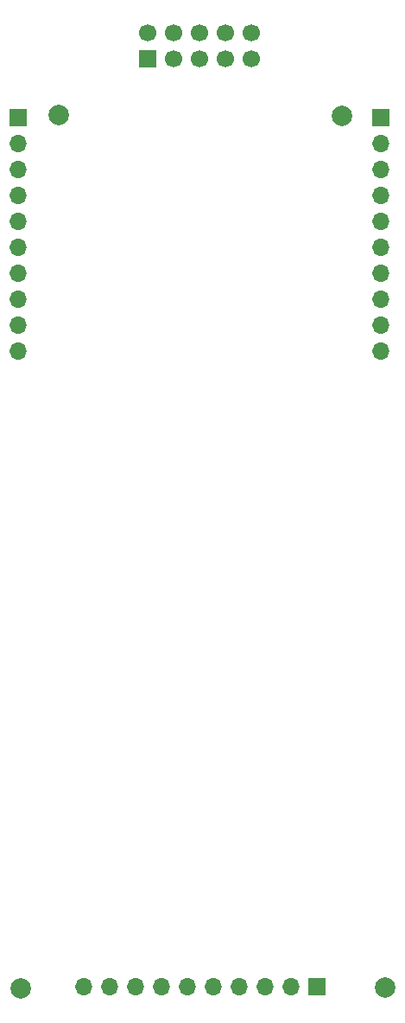
<source format=gbr>
%TF.GenerationSoftware,KiCad,Pcbnew,7.0.6*%
%TF.CreationDate,2023-07-24T12:21:57+01:00*%
%TF.ProjectId,Hypersoniq_Components,48797065-7273-46f6-9e69-715f436f6d70,rev?*%
%TF.SameCoordinates,Original*%
%TF.FileFunction,Soldermask,Bot*%
%TF.FilePolarity,Negative*%
%FSLAX46Y46*%
G04 Gerber Fmt 4.6, Leading zero omitted, Abs format (unit mm)*
G04 Created by KiCad (PCBNEW 7.0.6) date 2023-07-24 12:21:57*
%MOMM*%
%LPD*%
G01*
G04 APERTURE LIST*
%ADD10R,1.700000X1.700000*%
%ADD11C,1.700000*%
%ADD12C,2.000000*%
%ADD13O,1.700000X1.700000*%
G04 APERTURE END LIST*
D10*
%TO.C,J4*%
X65100000Y-57000000D03*
D11*
X65100000Y-54460000D03*
X67640000Y-57000000D03*
X67640000Y-54460000D03*
X70180000Y-57000000D03*
X70180000Y-54460000D03*
X72720000Y-57000000D03*
X72720000Y-54460000D03*
X75260000Y-57000000D03*
X75260000Y-54460000D03*
%TD*%
D12*
%TO.C,TP2*%
X56400000Y-62500000D03*
%TD*%
%TO.C,TP4*%
X52650000Y-148050000D03*
%TD*%
%TO.C,TP1*%
X84100000Y-62600000D03*
%TD*%
%TO.C,TP3*%
X88400000Y-148000000D03*
%TD*%
D10*
%TO.C,J3*%
X81650000Y-147900000D03*
D13*
X79110000Y-147900000D03*
X76570000Y-147900000D03*
X74030000Y-147900000D03*
X71490000Y-147900000D03*
X68950000Y-147900000D03*
X66410000Y-147900000D03*
X63870000Y-147900000D03*
X61330000Y-147900000D03*
X58790000Y-147900000D03*
%TD*%
D10*
%TO.C,J1*%
X52400000Y-62800000D03*
D13*
X52400000Y-65340000D03*
X52400000Y-67880000D03*
X52400000Y-70420000D03*
X52400000Y-72960000D03*
X52400000Y-75500000D03*
X52400000Y-78040000D03*
X52400000Y-80580000D03*
X52400000Y-83120000D03*
X52400000Y-85660000D03*
%TD*%
D10*
%TO.C,J2*%
X87900000Y-62800000D03*
D13*
X87900000Y-65340000D03*
X87900000Y-67880000D03*
X87900000Y-70420000D03*
X87900000Y-72960000D03*
X87900000Y-75500000D03*
X87900000Y-78040000D03*
X87900000Y-80580000D03*
X87900000Y-83120000D03*
X87900000Y-85660000D03*
%TD*%
M02*

</source>
